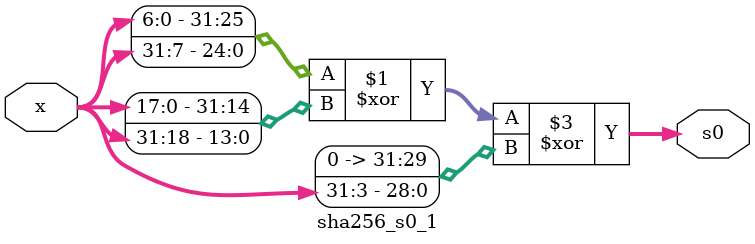
<source format=sv>
module sha256_s0_1 (
          input wire [31:0] x,
          output wire [31:0] s0
          );

      assign s0 = ({x[6:0], x[31:7]} ^ {x[17:0], x[31:18]} ^ (x >> 3));

      endmodule
</source>
